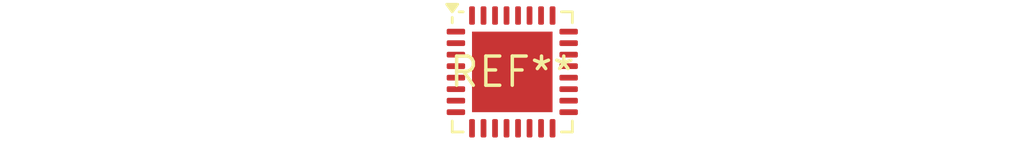
<source format=kicad_pcb>
(kicad_pcb (version 20240108) (generator pcbnew)
  (layers (0 "F.Cu" signal) (31 "B.Cu" signal) (34 "B.Paste" user) (35 "F.Paste" user) (36 "B.SilkS" user "B.Silkscreen") (37 "F.SilkS" user "F.Silkscreen") (38 "B.Mask" user) (39 "F.Mask" user) (44 "Edge.Cuts" user))
  (net 0 "")
  (footprint "VQFN-32-1EP_5x5mm_P0.5mm_EP3.5x3.5mm" (layer "F.Cu") (at 0 0)
    (property "Reference" "REF**")
    (property "Value" "VQFN-32-1EP_5x5mm_P0.5mm_EP3.5x3.5mm")
    (fp_line (start -2.61 -2.135) (end -2.61 -2.37) (layer "F.SilkS") (stroke (width 0.12)))
    (fp_line (start -2.61 2.61) (end -2.61 2.135) (layer "F.SilkS") (stroke (width 0.12)))
    (fp_line (start -2.135 -2.61) (end -2.31 -2.61) (layer "F.SilkS") (stroke (width 0.12)))
    (fp_line (start -2.135 2.61) (end -2.61 2.61) (layer "F.SilkS") (stroke (width 0.12)))
    (fp_line (start 2.135 -2.61) (end 2.61 -2.61) (layer "F.SilkS") (stroke (width 0.12)))
    (fp_line (start 2.135 2.61) (end 2.61 2.61) (layer "F.SilkS") (stroke (width 0.12)))
    (fp_line (start 2.61 -2.61) (end 2.61 -2.135) (layer "F.SilkS") (stroke (width 0.12)))
    (fp_line (start 2.61 2.61) (end 2.61 2.135) (layer "F.SilkS") (stroke (width 0.12)))
    (fp_poly (pts (xy -2.61 -2.61) (xy -2.85 -2.94) (xy -2.37 -2.94) (xy -2.61 -2.61)) (layer "F.SilkS") (stroke (width 0.12)) (fill solid))
    (pad "1" smd roundrect (at -2.45 -1.75) (size 0.8 0.25) (layers "F.Cu" "F.Paste" "F.Mask"))
    (pad "2" smd roundrect (at -2.45 -1.25) (size 0.8 0.25) (layers "F.Cu" "F.Paste" "F.Mask"))
    (pad "3" smd roundrect (at -2.45 -0.75) (size 0.8 0.25) (layers "F.Cu" "F.Paste" "F.Mask"))
    (pad "4" smd roundrect (at -2.45 -0.25) (size 0.8 0.25) (layers "F.Cu" "F.Paste" "F.Mask"))
    (pad "5" smd roundrect (at -2.45 0.25) (size 0.8 0.25) (layers "F.Cu" "F.Paste" "F.Mask"))
    (pad "6" smd roundrect (at -2.45 0.75) (size 0.8 0.25) (layers "F.Cu" "F.Paste" "F.Mask"))
    (pad "7" smd roundrect (at -2.45 1.25) (size 0.8 0.25) (layers "F.Cu" "F.Paste" "F.Mask"))
    (pad "8" smd roundrect (at -2.45 1.75) (size 0.8 0.25) (layers "F.Cu" "F.Paste" "F.Mask"))
    (pad "9" smd roundrect (at -1.75 2.45) (size 0.25 0.8) (layers "F.Cu" "F.Paste" "F.Mask"))
    (pad "10" smd roundrect (at -1.25 2.45) (size 0.25 0.8) (layers "F.Cu" "F.Paste" "F.Mask"))
    (pad "11" smd roundrect (at -0.75 2.45) (size 0.25 0.8) (layers "F.Cu" "F.Paste" "F.Mask"))
    (pad "12" smd roundrect (at -0.25 2.45) (size 0.25 0.8) (layers "F.Cu" "F.Paste" "F.Mask"))
    (pad "13" smd roundrect (at 0.25 2.45) (size 0.25 0.8) (layers "F.Cu" "F.Paste" "F.Mask"))
    (pad "14" smd roundrect (at 0.75 2.45) (size 0.25 0.8) (layers "F.Cu" "F.Paste" "F.Mask"))
    (pad "15" smd roundrect (at 1.25 2.45) (size 0.25 0.8) (layers "F.Cu" "F.Paste" "F.Mask"))
    (pad "16" smd roundrect (at 1.75 2.45) (size 0.25 0.8) (layers "F.Cu" "F.Paste" "F.Mask"))
    (pad "17" smd roundrect (at 2.45 1.75) (size 0.8 0.25) (layers "F.Cu" "F.Paste" "F.Mask"))
    (pad "18" smd roundrect (at 2.45 1.25) (size 0.8 0.25) (layers "F.Cu" "F.Paste" "F.Mask"))
    (pad "19" smd roundrect (at 2.45 0.75) (size 0.8 0.25) (layers "F.Cu" "F.Paste" "F.Mask"))
    (pad "20" smd roundrect (at 2.45 0.25) (size 0.8 0.25) (layers "F.Cu" "F.Paste" "F.Mask"))
    (pad "21" smd roundrect (at 2.45 -0.25) (size 0.8 0.25) (layers "F.Cu" "F.Paste" "F.Mask"))
    (pad "22" smd roundrect (at 2.45 -0.75) (size 0.8 0.25) (layers "F.Cu" "F.Paste" "F.Mask"))
    (pad "23" smd roundrect (at 2.45 -1.25) (size 0.8 0.25) (layers "F.Cu" "F.Paste" "F.Mask"))
    (pad "24" smd roundrect (at 2.45 -1.75) (size 0.8 0.25) (layers "F.Cu" "F.Paste" "F.Mask"))
    (pad "25" smd roundrect (at 1.75 -2.45) (size 0.25 0.8) (layers "F.Cu" "F.Paste" "F.Mask"))
    (pad "26" smd roundrect (at 1.25 -2.45) (size 0.25 0.8) (layers "F.Cu" "F.Paste" "F.Mask"))
    (pad "27" smd roundrect (at 0.75 -2.45) (size 0.25 0.8) (layers "F.Cu" "F.Paste" "F.Mask"))
    (pad "28" smd roundrect (at 0.25 -2.45) (size 0.25 0.8) (layers "F.Cu" "F.Paste" "F.Mask"))
    (pad "29" smd roundrect (at -0.25 -2.45) (size 0.25 0.8) (layers "F.Cu" "F.Paste" "F.Mask"))
    (pad "30" smd roundrect (at -0.75 -2.45) (size 0.25 0.8) (layers "F.Cu" "F.Paste" "F.Mask"))
    (pad "31" smd roundrect (at -1.25 -2.45) (size 0.25 0.8) (layers "F.Cu" "F.Paste" "F.Mask"))
    (pad "32" smd roundrect (at -1.75 -2.45) (size 0.25 0.8) (layers "F.Cu" "F.Paste" "F.Mask"))
    (pad "33" smd rect (at 0 0) (size 3.5 3.5) (property pad_prop_heatsink) (layers "F.Cu" "F.Mask"))
  )
)
</source>
